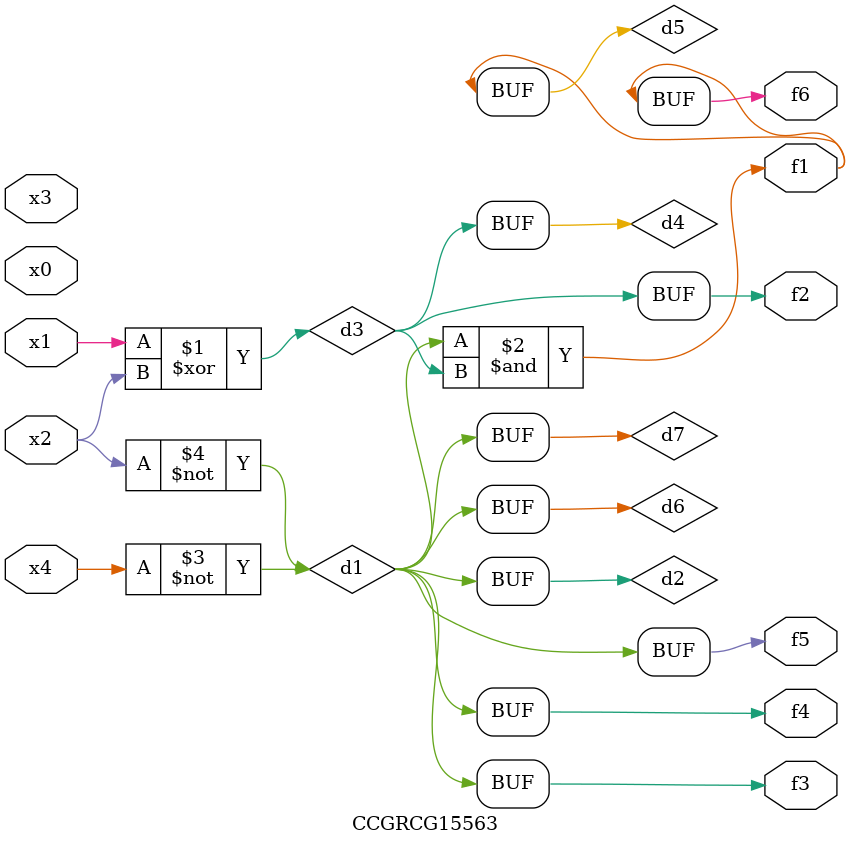
<source format=v>
module CCGRCG15563(
	input x0, x1, x2, x3, x4,
	output f1, f2, f3, f4, f5, f6
);

	wire d1, d2, d3, d4, d5, d6, d7;

	not (d1, x4);
	not (d2, x2);
	xor (d3, x1, x2);
	buf (d4, d3);
	and (d5, d1, d3);
	buf (d6, d1, d2);
	buf (d7, d2);
	assign f1 = d5;
	assign f2 = d4;
	assign f3 = d7;
	assign f4 = d7;
	assign f5 = d7;
	assign f6 = d5;
endmodule

</source>
